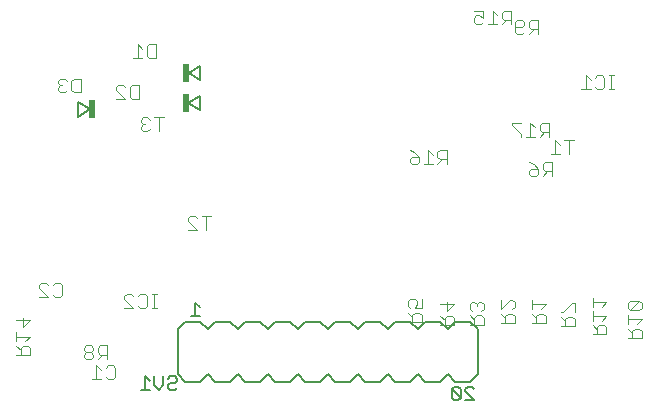
<source format=gbo>
G75*
%MOIN*%
%OFA0B0*%
%FSLAX24Y24*%
%IPPOS*%
%LPD*%
%AMOC8*
5,1,8,0,0,1.08239X$1,22.5*
%
%ADD10C,0.0040*%
%ADD11C,0.0080*%
%ADD12R,0.0240X0.0620*%
%ADD13C,0.0060*%
%ADD14C,0.0050*%
D10*
X003168Y001966D02*
X003245Y001889D01*
X003398Y001889D01*
X003475Y001966D01*
X003475Y002042D01*
X003398Y002119D01*
X003245Y002119D01*
X003168Y002042D01*
X003168Y001966D01*
X003245Y002119D02*
X003168Y002196D01*
X003168Y002273D01*
X003245Y002349D01*
X003398Y002349D01*
X003475Y002273D01*
X003475Y002196D01*
X003398Y002119D01*
X003628Y002119D02*
X003628Y002273D01*
X003705Y002349D01*
X003935Y002349D01*
X003935Y001889D01*
X003935Y002042D02*
X003705Y002042D01*
X003628Y002119D01*
X003782Y002042D02*
X003628Y001889D01*
X003589Y001688D02*
X003589Y001228D01*
X003742Y001228D02*
X003435Y001228D01*
X003742Y001534D02*
X003589Y001688D01*
X003896Y001611D02*
X003972Y001688D01*
X004126Y001688D01*
X004202Y001611D01*
X004202Y001304D01*
X004126Y001228D01*
X003972Y001228D01*
X003896Y001304D01*
X001377Y002031D02*
X001377Y002262D01*
X001300Y002338D01*
X001146Y002338D01*
X001070Y002262D01*
X001070Y002031D01*
X000916Y002031D02*
X001377Y002031D01*
X001070Y002185D02*
X000916Y002338D01*
X000916Y002492D02*
X000916Y002799D01*
X000916Y002645D02*
X001377Y002645D01*
X001223Y002492D01*
X001146Y002952D02*
X001146Y003259D01*
X000916Y003182D02*
X001377Y003182D01*
X001146Y002952D01*
X001668Y003968D02*
X001975Y003968D01*
X001668Y004275D01*
X001668Y004351D01*
X001745Y004428D01*
X001898Y004428D01*
X001975Y004351D01*
X002128Y004351D02*
X002205Y004428D01*
X002359Y004428D01*
X002435Y004351D01*
X002435Y004044D01*
X002359Y003968D01*
X002205Y003968D01*
X002128Y004044D01*
X004517Y003984D02*
X004593Y004061D01*
X004747Y004061D01*
X004823Y003984D01*
X004977Y003984D02*
X005054Y004061D01*
X005207Y004061D01*
X005284Y003984D01*
X005284Y003677D01*
X005207Y003600D01*
X005054Y003600D01*
X004977Y003677D01*
X004823Y003600D02*
X004517Y003907D01*
X004517Y003984D01*
X004517Y003600D02*
X004823Y003600D01*
X005437Y003600D02*
X005591Y003600D01*
X005514Y003600D02*
X005514Y004061D01*
X005591Y004061D02*
X005437Y004061D01*
X006642Y006206D02*
X006949Y006206D01*
X006642Y006513D01*
X006642Y006590D01*
X006719Y006666D01*
X006873Y006666D01*
X006949Y006590D01*
X007103Y006666D02*
X007410Y006666D01*
X007256Y006666D02*
X007256Y006206D01*
X005673Y009493D02*
X005673Y009954D01*
X005520Y009954D02*
X005827Y009954D01*
X005366Y009877D02*
X005289Y009954D01*
X005136Y009954D01*
X005059Y009877D01*
X005059Y009800D01*
X005136Y009724D01*
X005059Y009647D01*
X005059Y009570D01*
X005136Y009493D01*
X005289Y009493D01*
X005366Y009570D01*
X005213Y009724D02*
X005136Y009724D01*
X005012Y010569D02*
X004782Y010569D01*
X004705Y010646D01*
X004705Y010953D01*
X004782Y011029D01*
X005012Y011029D01*
X005012Y010569D01*
X004552Y010569D02*
X004245Y010876D01*
X004245Y010953D01*
X004321Y011029D01*
X004475Y011029D01*
X004552Y010953D01*
X004552Y010569D02*
X004245Y010569D01*
X003063Y010788D02*
X003063Y011248D01*
X002833Y011248D01*
X002756Y011171D01*
X002756Y010865D01*
X002833Y010788D01*
X003063Y010788D01*
X002602Y010865D02*
X002526Y010788D01*
X002372Y010788D01*
X002295Y010865D01*
X002295Y010941D01*
X002372Y011018D01*
X002449Y011018D01*
X002372Y011018D02*
X002295Y011095D01*
X002295Y011171D01*
X002372Y011248D01*
X002526Y011248D01*
X002602Y011171D01*
X004812Y011935D02*
X005118Y011935D01*
X004965Y011935D02*
X004965Y012395D01*
X005118Y012242D01*
X005272Y012319D02*
X005349Y012395D01*
X005579Y012395D01*
X005579Y011935D01*
X005349Y011935D01*
X005272Y012012D01*
X005272Y012319D01*
X014034Y008865D02*
X014187Y008788D01*
X014341Y008635D01*
X014110Y008635D01*
X014034Y008558D01*
X014034Y008481D01*
X014110Y008405D01*
X014264Y008405D01*
X014341Y008481D01*
X014341Y008635D01*
X014647Y008865D02*
X014647Y008405D01*
X014494Y008405D02*
X014801Y008405D01*
X014954Y008405D02*
X015108Y008558D01*
X015031Y008558D02*
X015261Y008558D01*
X015261Y008405D02*
X015261Y008865D01*
X015031Y008865D01*
X014954Y008788D01*
X014954Y008635D01*
X015031Y008558D01*
X014801Y008712D02*
X014647Y008865D01*
X017443Y009694D02*
X017750Y009387D01*
X017750Y009310D01*
X017903Y009310D02*
X018210Y009310D01*
X018057Y009310D02*
X018057Y009771D01*
X018210Y009617D01*
X018364Y009540D02*
X018441Y009464D01*
X018671Y009464D01*
X018517Y009464D02*
X018364Y009310D01*
X018671Y009310D02*
X018671Y009771D01*
X018441Y009771D01*
X018364Y009694D01*
X018364Y009540D01*
X018878Y009202D02*
X018878Y008741D01*
X018725Y008741D02*
X019032Y008741D01*
X019339Y008741D02*
X019339Y009202D01*
X019492Y009202D02*
X019185Y009202D01*
X019032Y009048D02*
X018878Y009202D01*
X018773Y008460D02*
X018543Y008460D01*
X018466Y008383D01*
X018466Y008229D01*
X018543Y008153D01*
X018773Y008153D01*
X018620Y008153D02*
X018466Y007999D01*
X018313Y008076D02*
X018236Y007999D01*
X018083Y007999D01*
X018006Y008076D01*
X018006Y008153D01*
X018083Y008229D01*
X018313Y008229D01*
X018313Y008076D01*
X018313Y008229D02*
X018159Y008383D01*
X018006Y008460D01*
X018773Y008460D02*
X018773Y007999D01*
X017443Y009694D02*
X017443Y009771D01*
X017750Y009771D01*
X019752Y010894D02*
X020059Y010894D01*
X019906Y010894D02*
X019906Y011354D01*
X020059Y011201D01*
X020212Y011278D02*
X020289Y011354D01*
X020443Y011354D01*
X020519Y011278D01*
X020519Y010971D01*
X020443Y010894D01*
X020289Y010894D01*
X020212Y010971D01*
X020673Y010894D02*
X020826Y010894D01*
X020750Y010894D02*
X020750Y011354D01*
X020826Y011354D02*
X020673Y011354D01*
X018313Y012735D02*
X018313Y013196D01*
X018083Y013196D01*
X018006Y013119D01*
X018006Y012966D01*
X018083Y012889D01*
X018313Y012889D01*
X018160Y012889D02*
X018006Y012735D01*
X017853Y012812D02*
X017776Y012735D01*
X017623Y012735D01*
X017546Y012812D01*
X017546Y013119D01*
X017623Y013196D01*
X017776Y013196D01*
X017853Y013119D01*
X017853Y013042D01*
X017776Y012966D01*
X017546Y012966D01*
X017407Y013050D02*
X017407Y013511D01*
X017177Y013511D01*
X017100Y013434D01*
X017100Y013281D01*
X017177Y013204D01*
X017407Y013204D01*
X017254Y013204D02*
X017100Y013050D01*
X016947Y013050D02*
X016640Y013050D01*
X016793Y013050D02*
X016793Y013511D01*
X016947Y013357D01*
X016486Y013281D02*
X016333Y013357D01*
X016256Y013357D01*
X016179Y013281D01*
X016179Y013127D01*
X016256Y013050D01*
X016409Y013050D01*
X016486Y013127D01*
X016486Y013281D02*
X016486Y013511D01*
X016179Y013511D01*
X017070Y003873D02*
X017070Y003566D01*
X017377Y003873D01*
X017453Y003873D01*
X017530Y003797D01*
X017530Y003643D01*
X017453Y003566D01*
X017453Y003413D02*
X017300Y003413D01*
X017223Y003336D01*
X017223Y003106D01*
X017070Y003106D02*
X017530Y003106D01*
X017530Y003336D01*
X017453Y003413D01*
X017223Y003259D02*
X017070Y003413D01*
X016495Y003273D02*
X016495Y003043D01*
X016034Y003043D01*
X016188Y003043D02*
X016188Y003273D01*
X016264Y003350D01*
X016418Y003350D01*
X016495Y003273D01*
X016188Y003196D02*
X016034Y003350D01*
X016111Y003503D02*
X016034Y003580D01*
X016034Y003734D01*
X016111Y003810D01*
X016188Y003810D01*
X016264Y003734D01*
X016264Y003657D01*
X016264Y003734D02*
X016341Y003810D01*
X016418Y003810D01*
X016495Y003734D01*
X016495Y003580D01*
X016418Y003503D01*
X015503Y003726D02*
X015272Y003496D01*
X015272Y003802D01*
X015042Y003726D02*
X015503Y003726D01*
X015426Y003342D02*
X015272Y003342D01*
X015196Y003265D01*
X015196Y003035D01*
X015196Y003189D02*
X015042Y003342D01*
X015426Y003342D02*
X015503Y003265D01*
X015503Y003035D01*
X015042Y003035D01*
X014424Y003134D02*
X014424Y003364D01*
X014347Y003440D01*
X014194Y003440D01*
X014117Y003364D01*
X014117Y003134D01*
X014117Y003287D02*
X013963Y003440D01*
X014040Y003594D02*
X013963Y003671D01*
X013963Y003824D01*
X014040Y003901D01*
X014194Y003901D01*
X014270Y003824D01*
X014270Y003747D01*
X014194Y003594D01*
X014424Y003594D01*
X014424Y003901D01*
X014424Y003134D02*
X013963Y003134D01*
X018101Y003102D02*
X018562Y003102D01*
X018562Y003332D01*
X018485Y003409D01*
X018331Y003409D01*
X018255Y003332D01*
X018255Y003102D01*
X018255Y003256D02*
X018101Y003409D01*
X018101Y003562D02*
X018101Y003869D01*
X018101Y003716D02*
X018562Y003716D01*
X018408Y003562D01*
X019070Y003460D02*
X019146Y003460D01*
X019453Y003767D01*
X019530Y003767D01*
X019530Y003460D01*
X019453Y003307D02*
X019300Y003307D01*
X019223Y003230D01*
X019223Y003000D01*
X019070Y003000D02*
X019530Y003000D01*
X019530Y003230D01*
X019453Y003307D01*
X019223Y003153D02*
X019070Y003307D01*
X020125Y003334D02*
X020585Y003334D01*
X020432Y003181D01*
X020509Y003027D02*
X020355Y003027D01*
X020278Y002951D01*
X020278Y002720D01*
X020125Y002720D02*
X020585Y002720D01*
X020585Y002951D01*
X020509Y003027D01*
X020278Y002874D02*
X020125Y003027D01*
X020125Y003181D02*
X020125Y003488D01*
X020125Y003641D02*
X020125Y003948D01*
X020125Y003795D02*
X020585Y003795D01*
X020432Y003641D01*
X021298Y003600D02*
X021375Y003523D01*
X021682Y003830D01*
X021375Y003830D01*
X021298Y003753D01*
X021298Y003600D01*
X021375Y003523D02*
X021682Y003523D01*
X021758Y003600D01*
X021758Y003753D01*
X021682Y003830D01*
X021298Y003370D02*
X021298Y003063D01*
X021298Y003216D02*
X021758Y003216D01*
X021605Y003063D01*
X021528Y002909D02*
X021452Y002832D01*
X021452Y002602D01*
X021452Y002756D02*
X021298Y002909D01*
X021528Y002909D02*
X021682Y002909D01*
X021758Y002832D01*
X021758Y002602D01*
X021298Y002602D01*
D11*
X007041Y010196D02*
X007041Y010668D01*
X006647Y010432D01*
X007041Y010196D01*
X007052Y011184D02*
X007052Y011656D01*
X006659Y011420D01*
X007052Y011184D01*
X003370Y010215D02*
X002976Y009979D01*
X002976Y010452D01*
X003370Y010215D01*
D12*
X003443Y010215D03*
X006574Y010432D03*
X006586Y011420D03*
D13*
X006544Y003141D02*
X007044Y003141D01*
X007294Y002891D01*
X007544Y003141D01*
X008044Y003141D01*
X008294Y002891D01*
X008544Y003141D01*
X009044Y003141D01*
X009294Y002891D01*
X009544Y003141D01*
X010044Y003141D01*
X010294Y002891D01*
X010544Y003141D01*
X011044Y003141D01*
X011294Y002891D01*
X011544Y003141D01*
X012044Y003141D01*
X012294Y002891D01*
X012544Y003141D01*
X013044Y003141D01*
X013294Y002891D01*
X013544Y003141D01*
X014044Y003141D01*
X014294Y002891D01*
X014544Y003141D01*
X015044Y003141D01*
X015294Y002891D01*
X015544Y003141D01*
X016044Y003141D01*
X016294Y002891D01*
X016294Y001391D01*
X016044Y001141D01*
X015544Y001141D01*
X015294Y001391D01*
X015044Y001141D01*
X014544Y001141D01*
X014294Y001391D01*
X014044Y001141D01*
X013544Y001141D01*
X013294Y001391D01*
X013044Y001141D01*
X012544Y001141D01*
X012294Y001391D01*
X012044Y001141D01*
X011544Y001141D01*
X011294Y001391D01*
X011044Y001141D01*
X010544Y001141D01*
X010294Y001391D01*
X010044Y001141D01*
X009544Y001141D01*
X009294Y001391D01*
X009044Y001141D01*
X008544Y001141D01*
X008294Y001391D01*
X008044Y001141D01*
X007544Y001141D01*
X007294Y001391D01*
X007044Y001141D01*
X006544Y001141D01*
X006294Y001391D01*
X006294Y002891D01*
X006544Y003141D01*
D14*
X006729Y003316D02*
X007029Y003316D01*
X006879Y003316D02*
X006879Y003766D01*
X007029Y003616D01*
X006205Y001320D02*
X006055Y001320D01*
X005980Y001245D01*
X006055Y001095D02*
X005980Y001020D01*
X005980Y000945D01*
X006055Y000870D01*
X006205Y000870D01*
X006280Y000945D01*
X006205Y001095D02*
X006055Y001095D01*
X006205Y001095D02*
X006280Y001170D01*
X006280Y001245D01*
X006205Y001320D01*
X005820Y001320D02*
X005820Y001020D01*
X005669Y000870D01*
X005519Y001020D01*
X005519Y001320D01*
X005359Y001170D02*
X005209Y001320D01*
X005209Y000870D01*
X005359Y000870D02*
X005059Y000870D01*
X015429Y000891D02*
X015429Y000591D01*
X015504Y000516D01*
X015654Y000516D01*
X015729Y000591D01*
X015429Y000891D01*
X015504Y000966D01*
X015654Y000966D01*
X015729Y000891D01*
X015729Y000591D01*
X015889Y000516D02*
X016190Y000516D01*
X015889Y000816D01*
X015889Y000891D01*
X015964Y000966D01*
X016115Y000966D01*
X016190Y000891D01*
M02*

</source>
